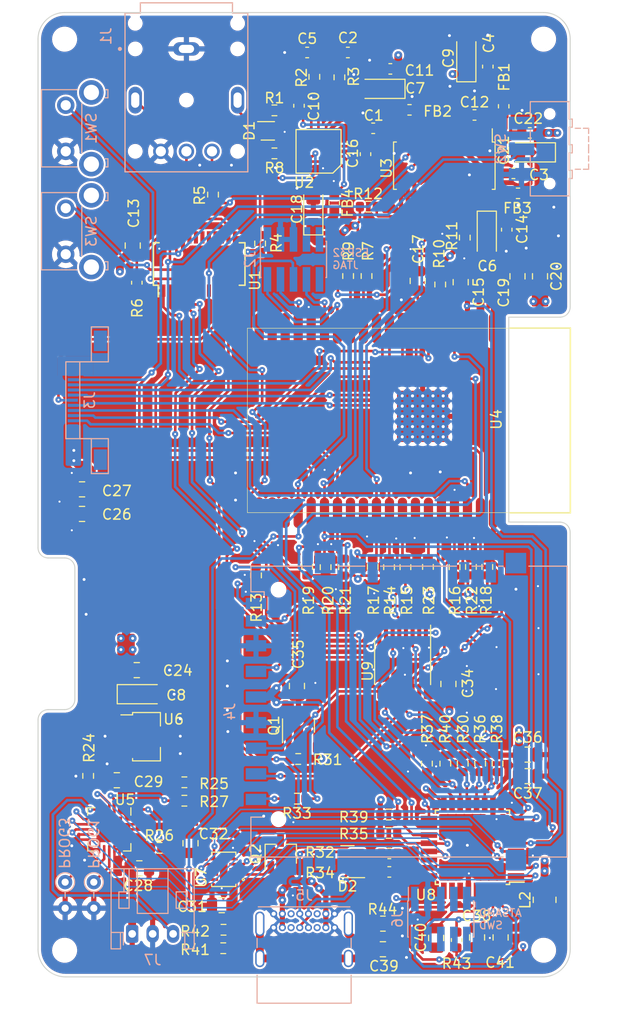
<source format=kicad_pcb>
(kicad_pcb (version 20221018) (generator pcbnew)

  (general
    (thickness 1.566672)
  )

  (paper "A4")
  (layers
    (0 "F.Cu" signal)
    (1 "In1.Cu" signal)
    (2 "In2.Cu" signal)
    (31 "B.Cu" signal)
    (32 "B.Adhes" user "B.Adhesive")
    (33 "F.Adhes" user "F.Adhesive")
    (34 "B.Paste" user)
    (35 "F.Paste" user)
    (36 "B.SilkS" user "B.Silkscreen")
    (37 "F.SilkS" user "F.Silkscreen")
    (38 "B.Mask" user)
    (39 "F.Mask" user)
    (40 "Dwgs.User" user "User.Drawings")
    (41 "Cmts.User" user "User.Comments")
    (42 "Eco1.User" user "User.Eco1")
    (43 "Eco2.User" user "User.Eco2")
    (44 "Edge.Cuts" user)
    (45 "Margin" user)
    (46 "B.CrtYd" user "B.Courtyard")
    (47 "F.CrtYd" user "F.Courtyard")
    (48 "B.Fab" user)
    (49 "F.Fab" user)
    (50 "User.1" user)
    (51 "User.2" user)
    (52 "User.3" user)
    (53 "User.4" user)
    (54 "User.5" user)
    (55 "User.6" user)
    (56 "User.7" user)
    (57 "User.8" user)
    (58 "User.9" user)
  )

  (setup
    (stackup
      (layer "F.SilkS" (type "Top Silk Screen") (color "White"))
      (layer "F.Paste" (type "Top Solder Paste"))
      (layer "F.Mask" (type "Top Solder Mask") (color "Purple") (thickness 0.0254))
      (layer "F.Cu" (type "copper") (thickness 0.04318))
      (layer "dielectric 1" (type "prepreg") (thickness 0.202184) (material "FR408-HR") (epsilon_r 3.69) (loss_tangent 0.0091))
      (layer "In1.Cu" (type "copper") (thickness 0.017272))
      (layer "dielectric 2" (type "core") (thickness 0.9906) (material "FR408-HR") (epsilon_r 3.69) (loss_tangent 0.0091))
      (layer "In2.Cu" (type "copper") (thickness 0.017272))
      (layer "dielectric 3" (type "prepreg") (thickness 0.202184) (material "FR408-HR") (epsilon_r 3.69) (loss_tangent 0.0091))
      (layer "B.Cu" (type "copper") (thickness 0.04318))
      (layer "B.Mask" (type "Bottom Solder Mask") (color "Purple") (thickness 0.0254))
      (layer "B.Paste" (type "Bottom Solder Paste"))
      (layer "B.SilkS" (type "Bottom Silk Screen") (color "White"))
      (copper_finish "ENIG")
      (dielectric_constraints no)
    )
    (pad_to_mask_clearance 0.0508)
    (pcbplotparams
      (layerselection 0x00010fc_ffffffff)
      (plot_on_all_layers_selection 0x0000000_00000000)
      (disableapertmacros false)
      (usegerberextensions true)
      (usegerberattributes true)
      (usegerberadvancedattributes true)
      (creategerberjobfile true)
      (dashed_line_dash_ratio 12.000000)
      (dashed_line_gap_ratio 3.000000)
      (svgprecision 6)
      (plotframeref false)
      (viasonmask false)
      (mode 1)
      (useauxorigin false)
      (hpglpennumber 1)
      (hpglpenspeed 20)
      (hpglpendiameter 15.000000)
      (dxfpolygonmode true)
      (dxfimperialunits true)
      (dxfusepcbnewfont true)
      (psnegative false)
      (psa4output false)
      (plotreference true)
      (plotvalue true)
      (plotinvisibletext false)
      (sketchpadsonfab false)
      (subtractmaskfromsilk false)
      (outputformat 1)
      (mirror false)
      (drillshape 0)
      (scaleselection 1)
      (outputdirectory "gerbers")
    )
  )

  (net 0 "")
  (net 1 "GND")
  (net 2 "/ESP_EN")
  (net 3 "BAT_LEVEL")
  (net 4 "/Power/SYS_POWER")
  (net 5 "USB.DP")
  (net 6 "USB.DN")
  (net 7 "~{3.5mm_DETECT}")
  (net 8 "/JTAG.TMS")
  (net 9 "/JTAG.TCK")
  (net 10 "/JTAG.TDO")
  (net 11 "/JTAG.TDI")
  (net 12 "/SWD.SWDIO")
  (net 13 "/SWD.SWCLK")
  (net 14 "/SWD.RESET")
  (net 15 "/Power/NTC")
  (net 16 "~{CHG_PWR_OK}")
  (net 17 "I2C.SCL")
  (net 18 "/Power/VBUS_RAW")
  (net 19 "I2C.SDA")
  (net 20 "ESP_SPI.PICO")
  (net 21 "/Peripherals/~{DISPLAY_RST}")
  (net 22 "ESP_SPI.SCLK")
  (net 23 "ESP_SPI.DISPLAY_CS")
  (net 24 "DISPLAY_LED_EN")
  (net 25 "DAC.SCK")
  (net 26 "/ESP_BOOT")
  (net 27 "~{SD_VDD_EN}")
  (net 28 "/UART.ESP.TX")
  (net 29 "ESP_SPI.POCI")
  (net 30 "DAC.DATA")
  (net 31 "DAC.BCK")
  (net 32 "ESP_SPI.SD_CS")
  (net 33 "DAC.LRCK")
  (net 34 "SAMD_SPI.POCI")
  (net 35 "/UART.ESP.RX")
  (net 36 "SAMD_SPI.CS")
  (net 37 "SAMD_SPI.PICO")
  (net 38 "/~{SAMD_INT}")
  (net 39 "SAMD_SPI.SCLK")
  (net 40 "CHG_SEL")
  (net 41 "AMP_EN")
  (net 42 "/Power/VBUS_SWITCHED")
  (net 43 "~{GPIO_INT}")
  (net 44 "/Peripherals/KEY_VOL_UP")
  (net 45 "/Peripherals/KEY_VOL_DOWN")
  (net 46 "USB_TCC0")
  (net 47 "USB_TCC1")
  (net 48 "KEY_LOCK")
  (net 49 "CHG_STAT1")
  (net 50 "CHG_STAT2")
  (net 51 "~{3V3_MODE}")
  (net 52 "~{TOUCH_INT}")
  (net 53 "DISPLAY_DR")
  (net 54 "+3V3")
  (net 55 "Net-(U2--AVDD)")
  (net 56 "Net-(U3-OUTR)")
  (net 57 "Net-(U2-AVDD)")
  (net 58 "Net-(U3-VNEG)")
  (net 59 "Net-(U3-OUTL)")
  (net 60 "Net-(J4-VDD)")
  (net 61 "Net-(U8-VDDIN)")
  (net 62 "Net-(U3-CAPP)")
  (net 63 "Net-(U3-CAPM)")
  (net 64 "Net-(U3-LDOO)")
  (net 65 "Net-(U2-CCP+)")
  (net 66 "Net-(U2-CCP-)")
  (net 67 "Net-(J7-Pin_1)")
  (net 68 "Net-(J5-SHIELD)")
  (net 69 "Net-(U8-VDDCORE)")
  (net 70 "Net-(U2-L_OUT)")
  (net 71 "Net-(U2-R_OUT)")
  (net 72 "Net-(U3-CPVDD)")
  (net 73 "Net-(U3-AVDD)")
  (net 74 "Net-(U3-DVDD)")
  (net 75 "Net-(J1-Pad6)")
  (net 76 "unconnected-(J2-UART_TX-Pad7)")
  (net 77 "unconnected-(J2-UART_RX-Pad9)")
  (net 78 "unconnected-(J2-nRst-Pad10)")
  (net 79 "Net-(J4-CD{slash}DAT3)")
  (net 80 "Net-(J4-CMD)")
  (net 81 "Net-(J4-CLK)")
  (net 82 "Net-(J4-DAT0)")
  (net 83 "Net-(J4-DAT1)")
  (net 84 "Net-(J4-DAT2)")
  (net 85 "Net-(J5-CC1)")
  (net 86 "unconnected-(J5-SBU1-PadA8)")
  (net 87 "Net-(J5-CC2)")
  (net 88 "unconnected-(J5-SBU2-PadB8)")
  (net 89 "unconnected-(J6-TDO-Pad6)")
  (net 90 "unconnected-(J6-UART_TX-Pad7)")
  (net 91 "unconnected-(J6-TDI-Pad8)")
  (net 92 "Net-(Q2-G)")
  (net 93 "Net-(U2-L_IN)")
  (net 94 "Net-(U2-R_IN)")
  (net 95 "Net-(U3-XSMT)")
  (net 96 "Net-(U3-MODE2{slash}MS)")
  (net 97 "Net-(U5-PROG2)")
  (net 98 "Net-(U5-VPCC)")
  (net 99 "Net-(U5-CE)")
  (net 100 "Net-(U8-USB.DM)")
  (net 101 "Net-(U8-USB.DP)")
  (net 102 "Net-(U5-PROG1)")
  (net 103 "Net-(U5-PROG3)")
  (net 104 "unconnected-(SW2-A-Pad1)")
  (net 105 "Net-(U1-IO0_0)")
  (net 106 "Net-(U1-IO0_1)")
  (net 107 "unconnected-(U1-IO1_2-Pad15)")
  (net 108 "unconnected-(U1-IO1_3-Pad16)")
  (net 109 "unconnected-(U1-IO1_4-Pad17)")
  (net 110 "unconnected-(U1-IO1_5-Pad18)")
  (net 111 "unconnected-(U1-IO1_6-Pad19)")
  (net 112 "unconnected-(U1-IO1_7-Pad20)")
  (net 113 "unconnected-(U4-I39{slash}NOINT-Pad5)")
  (net 114 "unconnected-(U4-SHD{slash}SD2-Pad17)")
  (net 115 "unconnected-(U4-SWP{slash}SD3-Pad18)")
  (net 116 "unconnected-(U4-SCS{slash}CMD-Pad19)")
  (net 117 "unconnected-(U4-SCK{slash}CLK-Pad20)")
  (net 118 "unconnected-(U4-SDO{slash}SD0-Pad21)")
  (net 119 "unconnected-(U4-SDI{slash}SD1-Pad22)")
  (net 120 "unconnected-(U4-IO16-Pad27)")
  (net 121 "unconnected-(U4-IO17-Pad28)")
  (net 122 "unconnected-(U4-NC-Pad32)")
  (net 123 "unconnected-(U7-ORIENT-Pad8)")
  (net 124 "unconnected-(U7-SWMONI-Pad9)")
  (net 125 "unconnected-(U8-SERCOM3.1-Pad22)")
  (net 126 "unconnected-(U8-PA27-Pad25)")
  (net 127 "unconnected-(U8-PA28-Pad27)")

  (footprint "Capacitor_Tantalum_SMD:CP_EIA-3216-18_Kemet-A" (layer "F.Cu") (at 144.4 70.85 90))

  (footprint "Capacitor_SMD:C_0805_2012Metric" (layer "F.Cu") (at 158.8 77.775 90))

  (footprint "Package_TO_SOT_SMD:TSOT-23" (layer "F.Cu") (at 141.2 133.6 90))

  (footprint "Resistor_SMD:R_0603_1608Metric" (layer "F.Cu") (at 145.6 105.6 90))

  (footprint "MountingHole:MountingHole_2.2mm_M2" (layer "F.Cu") (at 166.9 143))

  (footprint "Capacitor_SMD:C_0805_2012Metric" (layer "F.Cu") (at 151.2 142.9))

  (footprint "Resistor_SMD:R_0603_1608Metric" (layer "F.Cu") (at 142.925 124.325))

  (footprint "Capacitor_SMD:C_0805_2012Metric" (layer "F.Cu") (at 125.2 126.4 180))

  (footprint "Resistor_SMD:R_0603_1608Metric" (layer "F.Cu") (at 159.2 73.425 90))

  (footprint "Resistor_SMD:R_0603_1608Metric" (layer "F.Cu") (at 146.95 57.775 90))

  (footprint "Resistor_SMD:R_0603_1608Metric" (layer "F.Cu") (at 140.6 65.2 180))

  (footprint "Package_DFN_QFN:QFN-20-1EP_4x4mm_P0.5mm_EP2.5x2.5mm" (layer "F.Cu") (at 124.4625 131.2 -90))

  (footprint "Package_TO_SOT_SMD:SOT-23" (layer "F.Cu") (at 142.95 121.0625 90))

  (footprint "Capacitor_SMD:C_0805_2012Metric" (layer "F.Cu") (at 127.4 135))

  (footprint "Package_SO:SSOP-24_3.9x8.7mm_P0.635mm" (layer "F.Cu") (at 133.2475 76 90))

  (footprint "Resistor_SMD:R_0603_1608Metric" (layer "F.Cu") (at 151.775 129.75))

  (footprint "Resistor_SMD:R_0603_1608Metric" (layer "F.Cu") (at 156.8 78 90))

  (footprint "Capacitor_SMD:C_0603_1608Metric" (layer "F.Cu") (at 160.15 61.45 180))

  (footprint "Capacitor_Tantalum_SMD:CP_EIA-3216-18_Kemet-A" (layer "F.Cu") (at 161.35 73.15 -90))

  (footprint "Capacitor_SMD:C_0805_2012Metric" (layer "F.Cu") (at 154.6 77.65 -90))

  (footprint "Capacitor_SMD:C_0603_1608Metric" (layer "F.Cu") (at 151.825 135.35 180))

  (footprint "Capacitor_Tantalum_SMD:CP_EIA-3216-18_Kemet-A" (layer "F.Cu") (at 151.05 58.9 180))

  (footprint "Resistor_SMD:R_0603_1608Metric" (layer "F.Cu") (at 149.6 77.175 -90))

  (footprint "Capacitor_SMD:C_0603_1608Metric" (layer "F.Cu") (at 127.155 77.825 -90))

  (footprint "Resistor_SMD:R_0603_1608Metric" (layer "F.Cu") (at 140.6 61 180))

  (footprint "Resistor_SMD:R_0603_1608Metric" (layer "F.Cu") (at 161.4 105.575 90))

  (footprint "Resistor_SMD:R_0603_1608Metric" (layer "F.Cu") (at 138.8 106.4 -90))

  (footprint "Capacitor_SMD:C_0603_1608Metric" (layer "F.Cu") (at 143 60.55 90))

  (footprint "Capacitor_SMD:C_0805_2012Metric" (layer "F.Cu") (at 121.8 100.4 180))

  (footprint "Capacitor_SMD:C_0603_1608Metric" (layer "F.Cu") (at 163.3 72.65 -90))

  (footprint "footprints:BD91N01NUX-E2" (layer "F.Cu") (at 135.6475 135.099874 180))

  (footprint "Capacitor_SMD:C_0805_2012Metric" (layer "F.Cu") (at 156.4 141.8 90))

  (footprint "Inductor_SMD:L_0603_1608Metric" (layer "F.Cu") (at 153.8 60.95))

  (footprint "Capacitor_SMD:C_0805_2012Metric" (layer "F.Cu") (at 142.8 117.2 90))

  (footprint "Resistor_SMD:R_0603_1608Metric" (layer "F.Cu") (at 139.2 74 -90))

  (footprint "NetTie:NetTie-2_SMD_Pad0.5mm" (layer "F.Cu") (at 166.8 131.8 180))

  (footprint "Capacitor_SMD:C_0805_2012Metric" (layer "F.Cu") (at 121.8 98 180))

  (footprint "Capacitor_SMD:C_0805_2012Metric" (layer "F.Cu") (at 132.4 132.55 -90))

  (footprint "Capacitor_SMD:C_0603_1608Metric" (layer "F.Cu") (at 151.925 56.95 180))

  (footprint "Resistor_SMD:R_0603_1608Metric" (layer "F.Cu") (at 129.375 133 180))

  (footprint "Resistor_SMD:R_0603_1608Metric" (layer "F.Cu") (at 135.625 141))

  (footprint "Inductor_SMD:L_0603_1608Metric" (layer "F.Cu") (at 146.45 70.05 -90))

  (footprint "Capacitor_Tantalum_SMD:CP_EIA-3216-18_Kemet-A" (layer "F.Cu")
    (tstamp 8166f636-be54-4d0b-b24b-1f2a874dc1fb)
    (at 159.35 55.9 90)
    (descr "Tantalum Capacitor SMD Kemet-A (3216-18 Metric), IPC_7351 nominal, (Body size from: http://www.kemet.com/Lists/ProductCatalog/Attachments/253/KEM_TC101_STD.pdf), generated with kicad-footprint-generator")
    (tags "capacitor tantalum")
    (property "MPN" "TCJA106M020R0150 ")
    (property "Sheetfile" "audio.kicad_sch")
    (property "Sheetname" "Audio")
    (property "ki_description" "Polarized capacitor, small symbol")
    (property "ki_keywords" "cap capacitor")
    (path "/aa634b70-9cb7-4291-a4a8-f65abc12d546/dd53c4a1-2fa4-4781-83d2-493fbf7c9dd4")
    (attr smd)
    (fp_text reference "C9" (at 0 -1.75 90) (layer "F.SilkS")
        (effects (font (size 1 1) (thickness 0.15)))
      (tstamp 5d6d3d85-c9bd-459b-b581-af9bcd71a454)
    )
    (fp_text value "10uF" (at 0 1.75 90) (layer "F.Fab")
        (effects (font (size 1 1) (thickness 0.15)))
      (tstamp b854c89b-7cc1-4f81-b27a-d8ef1ad117a8)
    )
    (fp_text user "${REFERENCE}" (at 0 0 90) (layer "F.Fab")
        (effects (font (size 0.8 0.8) (thickness 0.12)))
      (tstamp 15f0d70c-a34d-4940-bc66-1a7aad7203d6)
    )
    (fp_line (start -2.31 -0.935) (end -2.31 0.935)
      (stroke (width 0.12) (type solid)) (layer "F.SilkS") (tstamp 2238f6b4-1fa1-4346-84ad-d9296acde879))
    (fp_line (start -2.31 0.935) (end 1.6 0.935)
      (stroke (width 0.12) (type solid)) (layer "F.SilkS") (tstamp 5dbaa103-0448-4d26-87f6-ecf1fa99e6ee))
    (fp_line (start 1.6 -0.935) (end -2.31 -0.935)
      (stroke (width 0.12) (type solid)) (layer "F.SilkS") (tstamp 78047dbc-a782-480b-a1fe-876dd9dfb23d))
    (fp_line (start -2.3 -1.05) (end 2.3 -1.05)
      (stroke (width 0
... [3154594 chars truncated]
</source>
